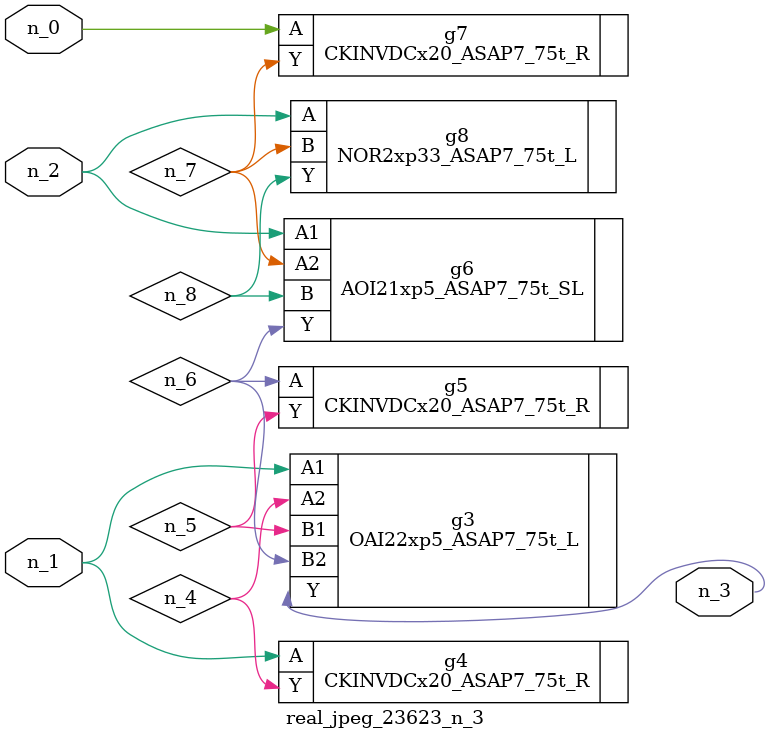
<source format=v>
module real_jpeg_23623_n_3 (n_1, n_0, n_2, n_3);

input n_1;
input n_0;
input n_2;

output n_3;

wire n_5;
wire n_4;
wire n_8;
wire n_6;
wire n_7;

CKINVDCx20_ASAP7_75t_R g7 ( 
.A(n_0),
.Y(n_7)
);

OAI22xp5_ASAP7_75t_L g3 ( 
.A1(n_1),
.A2(n_4),
.B1(n_5),
.B2(n_6),
.Y(n_3)
);

CKINVDCx20_ASAP7_75t_R g4 ( 
.A(n_1),
.Y(n_4)
);

AOI21xp5_ASAP7_75t_SL g6 ( 
.A1(n_2),
.A2(n_7),
.B(n_8),
.Y(n_6)
);

NOR2xp33_ASAP7_75t_L g8 ( 
.A(n_2),
.B(n_7),
.Y(n_8)
);

CKINVDCx20_ASAP7_75t_R g5 ( 
.A(n_6),
.Y(n_5)
);


endmodule
</source>
